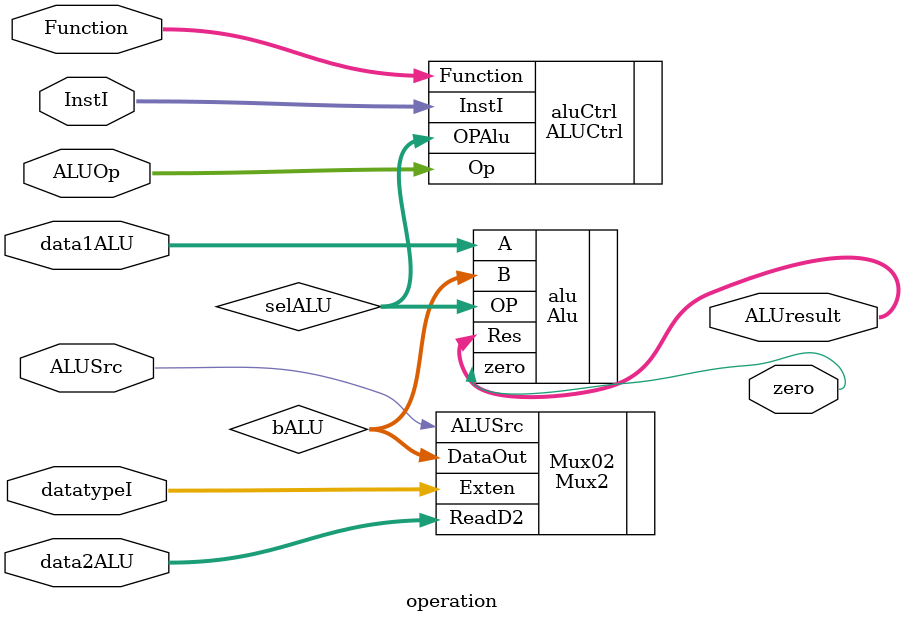
<source format=v>

module operation
(
	//Entradas
	input wire ALUSrc,           //Señal para el multiplexor
	input wire [1:0]ALUOp,       //Señal para seleccionar el tipo de instrucción 
	input wire [31:0]data1ALU,   //Dato 1 del primer registro del BR 
	input wire [31:0]data2ALU,   //Dato 2 del segundo registro del BR
	input wire [31:0]datatypeI,  //Dato de instrucción tipo I
	input wire [5:0]Function,    //Instrucción tipo R
	input wire [5:0]InstI,       //Instrucción especial tipo I
	
	//Salidas
	output wire zero,                 //Señal de que el resultado fue cero
	output wire [31:0]ALUresult   //Resultado de la operación
);

//Conexiones internas
wire [31:0] bALU;      //Conexion del resultado de seleccion del multiplexor
wire [3:0] selALU;     //Operación a ejecutar en la ALU

//Instancia del multiplexor 2
Mux2 Mux02
	(
		.ALUSrc(ALUSrc),
		.ReadD2(data2ALU),
		.Exten(datatypeI),
		.DataOut(bALU)
	);
	
//Instancia de la ALU de Control
ALUCtrl aluCtrl
	(
		.Op(ALUOp),
		.Function(Function),
		.InstI(InstI),
		.OPAlu(selALU)
	);
	
//Instancia de la ALU de Operaciones
Alu alu
	(
		.A(data1ALU),
		.B(bALU),
		.OP(selALU),
		.Res(ALUresult),
		.zero(zero)
	);
	
endmodule
</source>
